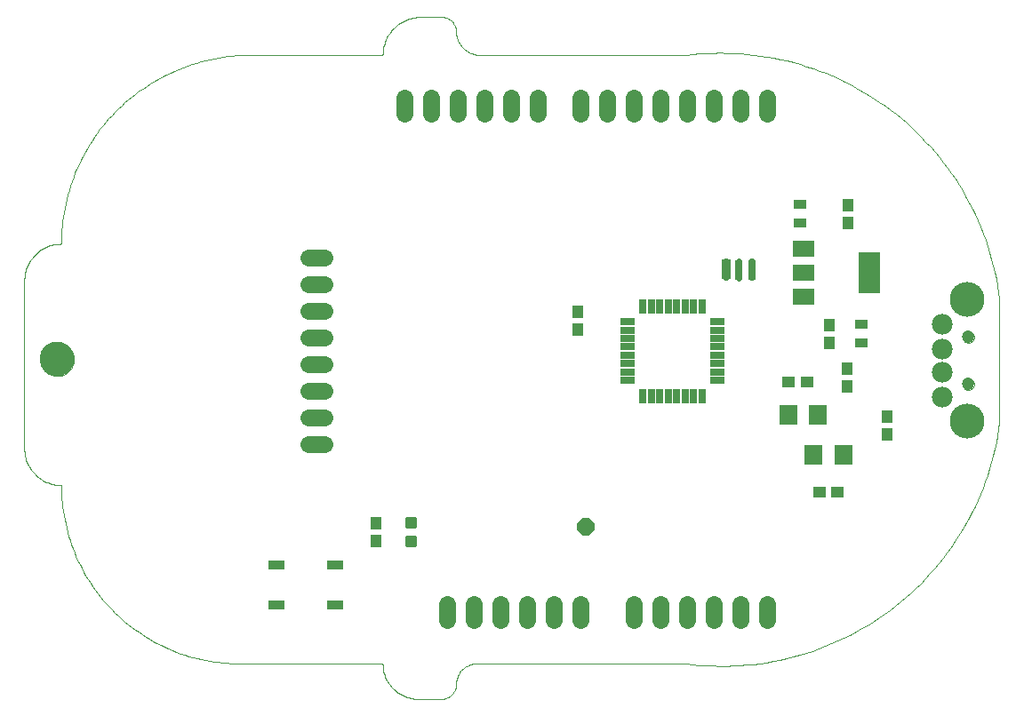
<source format=gts>
G75*
%MOIN*%
%OFA0B0*%
%FSLAX24Y24*%
%IPPOS*%
%LPD*%
%AMOC8*
5,1,8,0,0,1.08239X$1,22.5*
%
%ADD10C,0.0000*%
%ADD11C,0.1300*%
%ADD12R,0.0540X0.0260*%
%ADD13R,0.0260X0.0540*%
%ADD14R,0.0473X0.0434*%
%ADD15R,0.0434X0.0473*%
%ADD16R,0.0670X0.0749*%
%ADD17C,0.0780*%
%ADD18C,0.1306*%
%ADD19C,0.0473*%
%ADD20R,0.0830X0.0630*%
%ADD21R,0.0830X0.1540*%
%ADD22C,0.0640*%
%ADD23C,0.0130*%
%ADD24R,0.0512X0.0355*%
%ADD25C,0.0280*%
%ADD26C,0.0217*%
%ADD27R,0.0250X0.0750*%
%ADD28R,0.0350X0.0775*%
%ADD29R,0.0300X0.0750*%
%ADD30R,0.0640X0.0340*%
%ADD31OC8,0.0640*%
D10*
X008171Y001429D02*
X013535Y001429D01*
X013537Y001357D01*
X013543Y001285D01*
X013553Y001214D01*
X013566Y001143D01*
X013583Y001073D01*
X013605Y001005D01*
X013629Y000937D01*
X013658Y000871D01*
X013690Y000806D01*
X013725Y000744D01*
X013764Y000683D01*
X013806Y000625D01*
X013851Y000569D01*
X013899Y000515D01*
X013950Y000464D01*
X014004Y000416D01*
X014060Y000371D01*
X014118Y000329D01*
X014179Y000290D01*
X014241Y000255D01*
X014306Y000223D01*
X014372Y000194D01*
X014440Y000170D01*
X014508Y000148D01*
X014578Y000131D01*
X014649Y000118D01*
X014720Y000108D01*
X014792Y000102D01*
X014864Y000100D01*
X015734Y000100D01*
X015780Y000102D01*
X015826Y000108D01*
X015871Y000117D01*
X015915Y000130D01*
X015958Y000147D01*
X015999Y000167D01*
X016039Y000191D01*
X016076Y000217D01*
X016111Y000247D01*
X016144Y000280D01*
X016174Y000315D01*
X016200Y000352D01*
X016224Y000392D01*
X016244Y000433D01*
X016261Y000476D01*
X016274Y000520D01*
X016283Y000565D01*
X016289Y000611D01*
X016291Y000657D01*
X016293Y000710D01*
X016298Y000762D01*
X016307Y000814D01*
X016320Y000865D01*
X016336Y000916D01*
X016355Y000965D01*
X016378Y001012D01*
X016403Y001058D01*
X016432Y001102D01*
X016464Y001144D01*
X016499Y001184D01*
X016536Y001221D01*
X016576Y001256D01*
X016618Y001288D01*
X016662Y001317D01*
X016708Y001342D01*
X016755Y001365D01*
X016804Y001384D01*
X016855Y001400D01*
X016906Y001413D01*
X016958Y001422D01*
X017010Y001427D01*
X017063Y001429D01*
X024903Y001429D01*
X036665Y010484D02*
X036665Y015110D01*
X035275Y013683D02*
X035277Y013712D01*
X035283Y013740D01*
X035292Y013768D01*
X035305Y013794D01*
X035322Y013817D01*
X035341Y013839D01*
X035363Y013858D01*
X035388Y013873D01*
X035414Y013886D01*
X035442Y013894D01*
X035470Y013899D01*
X035499Y013900D01*
X035528Y013897D01*
X035556Y013890D01*
X035583Y013880D01*
X035609Y013866D01*
X035632Y013849D01*
X035653Y013829D01*
X035671Y013806D01*
X035686Y013781D01*
X035697Y013754D01*
X035705Y013726D01*
X035709Y013697D01*
X035709Y013669D01*
X035705Y013640D01*
X035697Y013612D01*
X035686Y013585D01*
X035671Y013560D01*
X035653Y013537D01*
X035632Y013517D01*
X035609Y013500D01*
X035583Y013486D01*
X035556Y013476D01*
X035528Y013469D01*
X035499Y013466D01*
X035470Y013467D01*
X035442Y013472D01*
X035414Y013480D01*
X035388Y013493D01*
X035363Y013508D01*
X035341Y013527D01*
X035322Y013549D01*
X035305Y013572D01*
X035292Y013598D01*
X035283Y013626D01*
X035277Y013654D01*
X035275Y013683D01*
X035275Y011911D02*
X035277Y011940D01*
X035283Y011968D01*
X035292Y011996D01*
X035305Y012022D01*
X035322Y012045D01*
X035341Y012067D01*
X035363Y012086D01*
X035388Y012101D01*
X035414Y012114D01*
X035442Y012122D01*
X035470Y012127D01*
X035499Y012128D01*
X035528Y012125D01*
X035556Y012118D01*
X035583Y012108D01*
X035609Y012094D01*
X035632Y012077D01*
X035653Y012057D01*
X035671Y012034D01*
X035686Y012009D01*
X035697Y011982D01*
X035705Y011954D01*
X035709Y011925D01*
X035709Y011897D01*
X035705Y011868D01*
X035697Y011840D01*
X035686Y011813D01*
X035671Y011788D01*
X035653Y011765D01*
X035632Y011745D01*
X035609Y011728D01*
X035583Y011714D01*
X035556Y011704D01*
X035528Y011697D01*
X035499Y011694D01*
X035470Y011695D01*
X035442Y011700D01*
X035414Y011708D01*
X035388Y011721D01*
X035363Y011736D01*
X035341Y011755D01*
X035322Y011777D01*
X035305Y011800D01*
X035292Y011826D01*
X035283Y011854D01*
X035277Y011882D01*
X035275Y011911D01*
X036664Y010484D02*
X036629Y010233D01*
X036587Y009982D01*
X036539Y009733D01*
X036485Y009485D01*
X036425Y009239D01*
X036360Y008994D01*
X036288Y008751D01*
X036210Y008509D01*
X036127Y008270D01*
X036038Y008032D01*
X035943Y007797D01*
X035843Y007564D01*
X035737Y007334D01*
X035625Y007106D01*
X035508Y006881D01*
X035386Y006659D01*
X035258Y006440D01*
X035125Y006224D01*
X034987Y006011D01*
X034843Y005802D01*
X034695Y005596D01*
X034542Y005394D01*
X034384Y005196D01*
X034221Y005001D01*
X034053Y004811D01*
X033881Y004624D01*
X033705Y004442D01*
X033524Y004264D01*
X033339Y004091D01*
X033149Y003922D01*
X032956Y003758D01*
X032759Y003598D01*
X032558Y003443D01*
X032353Y003294D01*
X032145Y003149D01*
X031933Y003009D01*
X031718Y002874D01*
X031500Y002745D01*
X031279Y002621D01*
X031055Y002502D01*
X030828Y002389D01*
X030598Y002281D01*
X030366Y002179D01*
X030132Y002083D01*
X029895Y001992D01*
X029656Y001907D01*
X029415Y001828D01*
X029172Y001754D01*
X028928Y001687D01*
X028681Y001625D01*
X028434Y001569D01*
X028185Y001520D01*
X027935Y001476D01*
X027685Y001439D01*
X027433Y001407D01*
X027181Y001382D01*
X026928Y001363D01*
X026674Y001349D01*
X026421Y001342D01*
X026167Y001341D01*
X025914Y001347D01*
X025660Y001358D01*
X025407Y001375D01*
X025155Y001399D01*
X024903Y001429D01*
X008171Y001429D02*
X008009Y001431D01*
X007848Y001437D01*
X007686Y001447D01*
X007525Y001460D01*
X007364Y001478D01*
X007204Y001499D01*
X007044Y001525D01*
X006885Y001554D01*
X006727Y001587D01*
X006569Y001623D01*
X006413Y001664D01*
X006257Y001708D01*
X006103Y001757D01*
X005950Y001808D01*
X005798Y001864D01*
X005647Y001923D01*
X005498Y001986D01*
X005351Y002052D01*
X005205Y002122D01*
X005061Y002196D01*
X004918Y002273D01*
X004778Y002353D01*
X004640Y002437D01*
X004503Y002524D01*
X004369Y002614D01*
X004237Y002707D01*
X004107Y002804D01*
X003980Y002904D01*
X003855Y003006D01*
X003733Y003112D01*
X003613Y003221D01*
X003496Y003332D01*
X003381Y003447D01*
X003270Y003564D01*
X003161Y003684D01*
X003055Y003806D01*
X002953Y003931D01*
X002853Y004058D01*
X002756Y004188D01*
X002663Y004320D01*
X002573Y004454D01*
X002486Y004591D01*
X002402Y004729D01*
X002322Y004869D01*
X002245Y005012D01*
X002171Y005156D01*
X002101Y005302D01*
X002035Y005449D01*
X001972Y005598D01*
X001913Y005749D01*
X001857Y005901D01*
X001806Y006054D01*
X001757Y006208D01*
X001713Y006364D01*
X001672Y006520D01*
X001636Y006678D01*
X001603Y006836D01*
X001574Y006995D01*
X001548Y007155D01*
X001527Y007315D01*
X001509Y007476D01*
X001496Y007637D01*
X001486Y007799D01*
X001480Y007960D01*
X001478Y008122D01*
X001406Y008124D01*
X001334Y008130D01*
X001262Y008139D01*
X001191Y008152D01*
X001121Y008169D01*
X001052Y008189D01*
X000984Y008214D01*
X000918Y008241D01*
X000852Y008272D01*
X000789Y008307D01*
X000727Y008344D01*
X000668Y008385D01*
X000611Y008429D01*
X000556Y008476D01*
X000504Y008526D01*
X000454Y008578D01*
X000407Y008633D01*
X000363Y008690D01*
X000322Y008749D01*
X000285Y008811D01*
X000250Y008874D01*
X000219Y008940D01*
X000192Y009006D01*
X000167Y009074D01*
X000147Y009143D01*
X000130Y009213D01*
X000117Y009284D01*
X000108Y009356D01*
X000102Y009428D01*
X000100Y009500D01*
X000100Y015799D01*
X000102Y015871D01*
X000108Y015943D01*
X000117Y016015D01*
X000130Y016086D01*
X000147Y016156D01*
X000167Y016225D01*
X000192Y016293D01*
X000219Y016359D01*
X000250Y016425D01*
X000285Y016488D01*
X000322Y016550D01*
X000363Y016609D01*
X000407Y016666D01*
X000454Y016721D01*
X000504Y016773D01*
X000556Y016823D01*
X000611Y016870D01*
X000668Y016914D01*
X000727Y016955D01*
X000789Y016992D01*
X000852Y017027D01*
X000918Y017058D01*
X000984Y017085D01*
X001052Y017110D01*
X001121Y017130D01*
X001191Y017147D01*
X001262Y017160D01*
X001334Y017169D01*
X001406Y017175D01*
X001478Y017177D01*
X000698Y012846D02*
X000700Y012896D01*
X000706Y012946D01*
X000716Y012995D01*
X000730Y013043D01*
X000747Y013090D01*
X000768Y013135D01*
X000793Y013179D01*
X000821Y013220D01*
X000853Y013259D01*
X000887Y013296D01*
X000924Y013330D01*
X000964Y013360D01*
X001006Y013387D01*
X001050Y013411D01*
X001096Y013432D01*
X001143Y013448D01*
X001191Y013461D01*
X001241Y013470D01*
X001290Y013475D01*
X001341Y013476D01*
X001391Y013473D01*
X001440Y013466D01*
X001489Y013455D01*
X001537Y013440D01*
X001583Y013422D01*
X001628Y013400D01*
X001671Y013374D01*
X001712Y013345D01*
X001751Y013313D01*
X001787Y013278D01*
X001819Y013240D01*
X001849Y013200D01*
X001876Y013157D01*
X001899Y013113D01*
X001918Y013067D01*
X001934Y013019D01*
X001946Y012970D01*
X001954Y012921D01*
X001958Y012871D01*
X001958Y012821D01*
X001954Y012771D01*
X001946Y012722D01*
X001934Y012673D01*
X001918Y012625D01*
X001899Y012579D01*
X001876Y012535D01*
X001849Y012492D01*
X001819Y012452D01*
X001787Y012414D01*
X001751Y012379D01*
X001712Y012347D01*
X001671Y012318D01*
X001628Y012292D01*
X001583Y012270D01*
X001537Y012252D01*
X001489Y012237D01*
X001440Y012226D01*
X001391Y012219D01*
X001341Y012216D01*
X001290Y012217D01*
X001241Y012222D01*
X001191Y012231D01*
X001143Y012244D01*
X001096Y012260D01*
X001050Y012281D01*
X001006Y012305D01*
X000964Y012332D01*
X000924Y012362D01*
X000887Y012396D01*
X000853Y012433D01*
X000821Y012472D01*
X000793Y012513D01*
X000768Y012557D01*
X000747Y012602D01*
X000730Y012649D01*
X000716Y012697D01*
X000706Y012746D01*
X000700Y012796D01*
X000698Y012846D01*
X001478Y017177D02*
X001480Y017348D01*
X001486Y017519D01*
X001497Y017690D01*
X001511Y017861D01*
X001530Y018031D01*
X001552Y018201D01*
X001579Y018370D01*
X001610Y018539D01*
X001645Y018706D01*
X001684Y018873D01*
X001727Y019039D01*
X001774Y019203D01*
X001825Y019367D01*
X001880Y019529D01*
X001939Y019690D01*
X002001Y019849D01*
X002068Y020007D01*
X002138Y020163D01*
X002212Y020318D01*
X002290Y020470D01*
X002371Y020621D01*
X002456Y020770D01*
X002545Y020916D01*
X002637Y021061D01*
X002733Y021203D01*
X002831Y021343D01*
X002934Y021480D01*
X003039Y021615D01*
X003148Y021747D01*
X003260Y021877D01*
X003375Y022003D01*
X003494Y022127D01*
X003615Y022248D01*
X003739Y022367D01*
X003865Y022482D01*
X003995Y022594D01*
X004127Y022703D01*
X004262Y022808D01*
X004399Y022911D01*
X004539Y023009D01*
X004681Y023105D01*
X004826Y023197D01*
X004972Y023286D01*
X005121Y023371D01*
X005272Y023452D01*
X005424Y023530D01*
X005579Y023604D01*
X005735Y023674D01*
X005893Y023741D01*
X006052Y023803D01*
X006213Y023862D01*
X006375Y023917D01*
X006539Y023968D01*
X006703Y024015D01*
X006869Y024058D01*
X007036Y024097D01*
X007203Y024132D01*
X007372Y024163D01*
X007541Y024190D01*
X007711Y024212D01*
X007881Y024231D01*
X008052Y024245D01*
X008223Y024256D01*
X008394Y024262D01*
X008565Y024264D01*
X008565Y024263D02*
X013535Y024263D01*
X013537Y024338D01*
X013543Y024412D01*
X013553Y024486D01*
X013566Y024560D01*
X013584Y024632D01*
X013605Y024704D01*
X013630Y024774D01*
X013658Y024843D01*
X013691Y024911D01*
X013726Y024977D01*
X013765Y025040D01*
X013808Y025102D01*
X013853Y025161D01*
X013902Y025218D01*
X013953Y025272D01*
X014007Y025323D01*
X014064Y025372D01*
X014123Y025417D01*
X014185Y025460D01*
X014249Y025499D01*
X014314Y025534D01*
X014382Y025567D01*
X014451Y025595D01*
X014521Y025620D01*
X014593Y025641D01*
X014665Y025659D01*
X014739Y025672D01*
X014813Y025682D01*
X014887Y025688D01*
X014962Y025690D01*
X014962Y025691D02*
X015734Y025691D01*
X015780Y025689D01*
X015826Y025683D01*
X015871Y025674D01*
X015915Y025661D01*
X015958Y025644D01*
X015999Y025624D01*
X016039Y025600D01*
X016076Y025574D01*
X016111Y025544D01*
X016144Y025511D01*
X016174Y025476D01*
X016200Y025439D01*
X016224Y025399D01*
X016244Y025358D01*
X016261Y025315D01*
X016274Y025271D01*
X016283Y025226D01*
X016289Y025180D01*
X016291Y025134D01*
X016293Y025077D01*
X016298Y025020D01*
X016308Y024964D01*
X016321Y024909D01*
X016337Y024854D01*
X016357Y024801D01*
X016381Y024749D01*
X016408Y024699D01*
X016438Y024651D01*
X016471Y024604D01*
X016507Y024560D01*
X016546Y024519D01*
X016587Y024480D01*
X016631Y024444D01*
X016678Y024411D01*
X016726Y024381D01*
X016776Y024354D01*
X016828Y024330D01*
X016881Y024310D01*
X016936Y024294D01*
X016991Y024281D01*
X017047Y024271D01*
X017104Y024266D01*
X017161Y024264D01*
X017161Y024263D02*
X024903Y024263D01*
X024903Y024264D02*
X025156Y024292D01*
X025410Y024315D01*
X025664Y024331D01*
X025918Y024341D01*
X026173Y024345D01*
X026428Y024343D01*
X026682Y024334D01*
X026936Y024320D01*
X027190Y024299D01*
X027443Y024272D01*
X027696Y024239D01*
X027948Y024200D01*
X028198Y024155D01*
X028448Y024104D01*
X028696Y024047D01*
X028943Y023984D01*
X029188Y023915D01*
X029431Y023840D01*
X029673Y023759D01*
X029912Y023672D01*
X030150Y023580D01*
X030385Y023482D01*
X030617Y023378D01*
X030847Y023269D01*
X031075Y023154D01*
X031299Y023033D01*
X031520Y022908D01*
X031739Y022776D01*
X031954Y022640D01*
X032166Y022499D01*
X032374Y022352D01*
X032579Y022201D01*
X032780Y022044D01*
X032977Y021883D01*
X033170Y021717D01*
X033359Y021547D01*
X033544Y021371D01*
X033725Y021192D01*
X033901Y021008D01*
X034073Y020820D01*
X034240Y020628D01*
X034403Y020432D01*
X034560Y020232D01*
X034713Y020028D01*
X034861Y019821D01*
X035004Y019610D01*
X035142Y019396D01*
X035274Y019178D01*
X035401Y018958D01*
X035523Y018734D01*
X035639Y018507D01*
X035750Y018278D01*
X035855Y018046D01*
X035955Y017812D01*
X036049Y017575D01*
X036137Y017336D01*
X036220Y017095D01*
X036296Y016852D01*
X036367Y016608D01*
X036432Y016361D01*
X036490Y016113D01*
X036543Y015864D01*
X036590Y015614D01*
X036630Y015362D01*
X036665Y015110D01*
D11*
X001328Y012846D03*
D12*
X022712Y012995D03*
X022712Y013310D03*
X022712Y013625D03*
X022712Y013940D03*
X022712Y014255D03*
X022712Y012680D03*
X022712Y012365D03*
X022712Y012050D03*
X026092Y012050D03*
X026092Y012365D03*
X026092Y012680D03*
X026092Y012995D03*
X026092Y013310D03*
X026092Y013625D03*
X026092Y013940D03*
X026092Y014255D03*
D13*
X025504Y014842D03*
X025189Y014842D03*
X024874Y014842D03*
X024559Y014842D03*
X024244Y014842D03*
X023929Y014842D03*
X023614Y014842D03*
X023299Y014842D03*
X023299Y011462D03*
X023614Y011462D03*
X023929Y011462D03*
X024244Y011462D03*
X024559Y011462D03*
X024874Y011462D03*
X025189Y011462D03*
X025504Y011462D03*
D14*
X028767Y012002D03*
X029436Y012002D03*
X029917Y007852D03*
X030586Y007852D03*
D15*
X032452Y010018D03*
X032452Y010687D03*
X030952Y011818D03*
X030952Y012487D03*
X030302Y013468D03*
X030302Y014137D03*
X031002Y017968D03*
X031002Y018637D03*
X020852Y014637D03*
X020852Y013968D03*
X013292Y006704D03*
X013292Y006034D03*
D16*
X028750Y010752D03*
X029853Y010752D03*
X029700Y009252D03*
X030803Y009252D03*
D17*
X034507Y011419D03*
X034507Y012353D03*
X034507Y013241D03*
X034507Y014175D03*
D18*
X035452Y015080D03*
X035452Y010513D03*
D19*
X035492Y011911D03*
X035492Y013683D03*
D20*
X029312Y015192D03*
X029312Y016092D03*
X029312Y016992D03*
D21*
X031792Y016102D03*
D22*
X027952Y022054D02*
X027952Y022654D01*
X026952Y022654D02*
X026952Y022054D01*
X025952Y022054D02*
X025952Y022654D01*
X024952Y022654D02*
X024952Y022054D01*
X023952Y022054D02*
X023952Y022654D01*
X022952Y022654D02*
X022952Y022054D01*
X021952Y022054D02*
X021952Y022654D01*
X020952Y022654D02*
X020952Y022054D01*
X019352Y022054D02*
X019352Y022654D01*
X018352Y022654D02*
X018352Y022054D01*
X017352Y022054D02*
X017352Y022654D01*
X016352Y022654D02*
X016352Y022054D01*
X015352Y022054D02*
X015352Y022654D01*
X014352Y022654D02*
X014352Y022054D01*
X011364Y016652D02*
X010764Y016652D01*
X010764Y015652D02*
X011364Y015652D01*
X011364Y014652D02*
X010764Y014652D01*
X010764Y013652D02*
X011364Y013652D01*
X011364Y012652D02*
X010764Y012652D01*
X010764Y011652D02*
X011364Y011652D01*
X011364Y010652D02*
X010764Y010652D01*
X010764Y009652D02*
X011364Y009652D01*
X015952Y003654D02*
X015952Y003054D01*
X016952Y003054D02*
X016952Y003654D01*
X017952Y003654D02*
X017952Y003054D01*
X018952Y003054D02*
X018952Y003654D01*
X019952Y003654D02*
X019952Y003054D01*
X020952Y003054D02*
X020952Y003654D01*
X022952Y003654D02*
X022952Y003054D01*
X023952Y003054D02*
X023952Y003654D01*
X024952Y003654D02*
X024952Y003054D01*
X025952Y003054D02*
X025952Y003654D01*
X026952Y003654D02*
X026952Y003054D01*
X027952Y003054D02*
X027952Y003654D01*
D23*
X014741Y005872D02*
X014437Y005872D01*
X014437Y006176D01*
X014741Y006176D01*
X014741Y005872D01*
X014741Y006001D02*
X014437Y006001D01*
X014437Y006130D02*
X014741Y006130D01*
X014741Y006562D02*
X014437Y006562D01*
X014437Y006866D01*
X014741Y006866D01*
X014741Y006562D01*
X014741Y006691D02*
X014437Y006691D01*
X014437Y006820D02*
X014741Y006820D01*
D24*
X031502Y013448D03*
X031502Y014157D03*
X029202Y017948D03*
X029202Y018657D03*
D25*
X027374Y016482D02*
X027374Y015922D01*
X026429Y015922D02*
X026429Y016482D01*
D26*
X026902Y016514D02*
X026902Y016514D01*
X026902Y015890D01*
X026902Y015890D01*
X026902Y016514D01*
X026902Y016106D02*
X026902Y016106D01*
X026902Y016322D02*
X026902Y016322D01*
D27*
X026902Y016202D03*
D28*
X026427Y016215D03*
D29*
X027377Y016202D03*
D30*
X011746Y005133D03*
X011746Y003633D03*
X009546Y003633D03*
X009546Y005133D03*
D31*
X021163Y006547D03*
M02*

</source>
